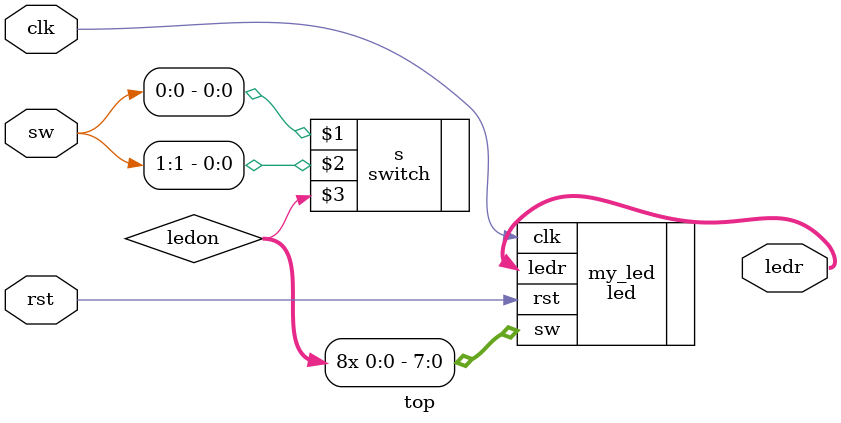
<source format=v>
module top(
    input clk,
    input rst,
    input [7:0] sw,
    output [15:0] ledr
);

wire ledon;
switch s(sw[0], sw[1], ledon);

led my_led(
    .clk(clk),
    .rst(rst),
    .sw({8{ledon}}),
    .ledr(ledr)
);

endmodule
</source>
